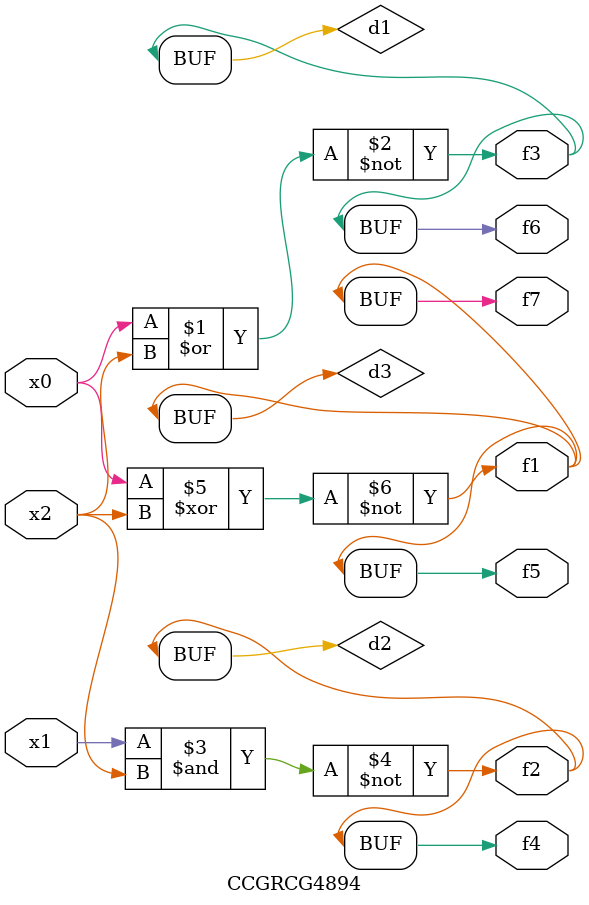
<source format=v>
module CCGRCG4894(
	input x0, x1, x2,
	output f1, f2, f3, f4, f5, f6, f7
);

	wire d1, d2, d3;

	nor (d1, x0, x2);
	nand (d2, x1, x2);
	xnor (d3, x0, x2);
	assign f1 = d3;
	assign f2 = d2;
	assign f3 = d1;
	assign f4 = d2;
	assign f5 = d3;
	assign f6 = d1;
	assign f7 = d3;
endmodule

</source>
